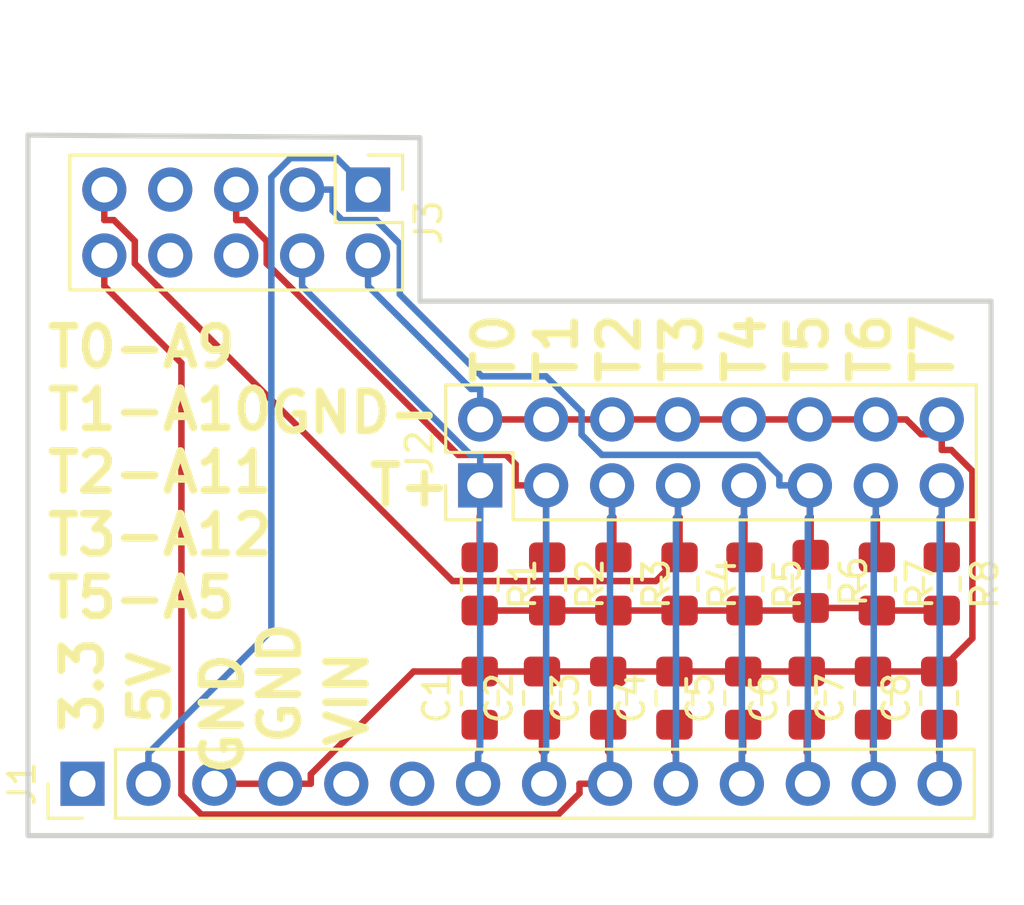
<source format=kicad_pcb>
(kicad_pcb (version 20171130) (host pcbnew 5.0.0)

  (general
    (thickness 1.6)
    (drawings 15)
    (tracks 160)
    (zones 0)
    (modules 19)
    (nets 18)
  )

  (page A4)
  (layers
    (0 F.Cu signal)
    (31 B.Cu signal)
    (32 B.Adhes user)
    (33 F.Adhes user)
    (34 B.Paste user)
    (35 F.Paste user)
    (36 B.SilkS user)
    (37 F.SilkS user)
    (38 B.Mask user)
    (39 F.Mask user)
    (40 Dwgs.User user)
    (41 Cmts.User user)
    (42 Eco1.User user)
    (43 Eco2.User user)
    (44 Edge.Cuts user)
    (45 Margin user)
    (46 B.CrtYd user)
    (47 F.CrtYd user)
    (48 B.Fab user)
    (49 F.Fab user)
  )

  (setup
    (last_trace_width 0.25)
    (trace_clearance 0.2)
    (zone_clearance 0.508)
    (zone_45_only no)
    (trace_min 0.2)
    (segment_width 0.2)
    (edge_width 0.15)
    (via_size 0.8)
    (via_drill 0.4)
    (via_min_size 0.4)
    (via_min_drill 0.3)
    (uvia_size 0.3)
    (uvia_drill 0.1)
    (uvias_allowed no)
    (uvia_min_size 0.2)
    (uvia_min_drill 0.1)
    (pcb_text_width 0.3)
    (pcb_text_size 1.5 1.5)
    (mod_edge_width 0.15)
    (mod_text_size 1 1)
    (mod_text_width 0.15)
    (pad_size 1.524 1.524)
    (pad_drill 0.762)
    (pad_to_mask_clearance 0.2)
    (aux_axis_origin 0 0)
    (visible_elements FFFFFF7F)
    (pcbplotparams
      (layerselection 0x010fc_ffffffff)
      (usegerberextensions false)
      (usegerberattributes false)
      (usegerberadvancedattributes false)
      (creategerberjobfile false)
      (excludeedgelayer true)
      (linewidth 0.100000)
      (plotframeref false)
      (viasonmask false)
      (mode 1)
      (useauxorigin false)
      (hpglpennumber 1)
      (hpglpenspeed 20)
      (hpglpendiameter 15.000000)
      (psnegative false)
      (psa4output false)
      (plotreference true)
      (plotvalue true)
      (plotinvisibletext false)
      (padsonsilk false)
      (subtractmaskfromsilk false)
      (outputformat 1)
      (mirror false)
      (drillshape 1)
      (scaleselection 1)
      (outputdirectory ""))
  )

  (net 0 "")
  (net 1 /A6)
  (net 2 +5V)
  (net 3 /A5)
  (net 4 /A4)
  (net 5 /A11)
  (net 6 /A12)
  (net 7 /A1)
  (net 8 /A0)
  (net 9 /A7)
  (net 10 GND)
  (net 11 /5V)
  (net 12 /D40)
  (net 13 /D44)
  (net 14 /D42)
  (net 15 /3V)
  (net 16 /VIN)
  (net 17 "Net-(J1-Pad6)")

  (net_class Default "This is the default net class."
    (clearance 0.2)
    (trace_width 0.25)
    (via_dia 0.8)
    (via_drill 0.4)
    (uvia_dia 0.3)
    (uvia_drill 0.1)
    (add_net +5V)
    (add_net /3V)
    (add_net /5V)
    (add_net /A0)
    (add_net /A1)
    (add_net /A11)
    (add_net /A12)
    (add_net /A4)
    (add_net /A5)
    (add_net /A6)
    (add_net /A7)
    (add_net /D40)
    (add_net /D42)
    (add_net /D44)
    (add_net /VIN)
    (add_net GND)
    (add_net "Net-(J1-Pad6)")
  )

  (module Capacitor_SMD:C_0805_2012Metric_Pad1.15x1.40mm_HandSolder (layer F.Cu) (tedit 5B36C52B) (tstamp 5BC6B8B3)
    (at 103.9 105.8 90)
    (descr "Capacitor SMD 0805 (2012 Metric), square (rectangular) end terminal, IPC_7351 nominal with elongated pad for handsoldering. (Body size source: https://docs.google.com/spreadsheets/d/1BsfQQcO9C6DZCsRaXUlFlo91Tg2WpOkGARC1WS5S8t0/edit?usp=sharing), generated with kicad-footprint-generator")
    (tags "capacitor handsolder")
    (path /5BC5E741)
    (attr smd)
    (fp_text reference C2 (at 0 -1.65 90) (layer F.SilkS)
      (effects (font (size 1 1) (thickness 0.15)))
    )
    (fp_text value 10uF (at 0 1.65 90) (layer F.Fab)
      (effects (font (size 1 1) (thickness 0.15)))
    )
    (fp_text user %R (at 0 0 90) (layer F.Fab)
      (effects (font (size 0.5 0.5) (thickness 0.08)))
    )
    (fp_line (start 1.85 0.95) (end -1.85 0.95) (layer F.CrtYd) (width 0.05))
    (fp_line (start 1.85 -0.95) (end 1.85 0.95) (layer F.CrtYd) (width 0.05))
    (fp_line (start -1.85 -0.95) (end 1.85 -0.95) (layer F.CrtYd) (width 0.05))
    (fp_line (start -1.85 0.95) (end -1.85 -0.95) (layer F.CrtYd) (width 0.05))
    (fp_line (start -0.261252 0.71) (end 0.261252 0.71) (layer F.SilkS) (width 0.12))
    (fp_line (start -0.261252 -0.71) (end 0.261252 -0.71) (layer F.SilkS) (width 0.12))
    (fp_line (start 1 0.6) (end -1 0.6) (layer F.Fab) (width 0.1))
    (fp_line (start 1 -0.6) (end 1 0.6) (layer F.Fab) (width 0.1))
    (fp_line (start -1 -0.6) (end 1 -0.6) (layer F.Fab) (width 0.1))
    (fp_line (start -1 0.6) (end -1 -0.6) (layer F.Fab) (width 0.1))
    (pad 2 smd roundrect (at 1.025 0 90) (size 1.15 1.4) (layers F.Cu F.Paste F.Mask) (roundrect_rratio 0.217391)
      (net 10 GND))
    (pad 1 smd roundrect (at -1.025 0 90) (size 1.15 1.4) (layers F.Cu F.Paste F.Mask) (roundrect_rratio 0.217391)
      (net 7 /A1))
    (model ${KISYS3DMOD}/Capacitor_SMD.3dshapes/C_0805_2012Metric.wrl
      (at (xyz 0 0 0))
      (scale (xyz 1 1 1))
      (rotate (xyz 0 0 0))
    )
  )

  (module Capacitor_SMD:C_0805_2012Metric_Pad1.15x1.40mm_HandSolder (layer F.Cu) (tedit 5B36C52B) (tstamp 5BC6B8A2)
    (at 106.45 105.8 90)
    (descr "Capacitor SMD 0805 (2012 Metric), square (rectangular) end terminal, IPC_7351 nominal with elongated pad for handsoldering. (Body size source: https://docs.google.com/spreadsheets/d/1BsfQQcO9C6DZCsRaXUlFlo91Tg2WpOkGARC1WS5S8t0/edit?usp=sharing), generated with kicad-footprint-generator")
    (tags "capacitor handsolder")
    (path /5BC5E80F)
    (attr smd)
    (fp_text reference C3 (at 0 -1.65 90) (layer F.SilkS)
      (effects (font (size 1 1) (thickness 0.15)))
    )
    (fp_text value 10uF (at 0 1.65 90) (layer F.Fab)
      (effects (font (size 1 1) (thickness 0.15)))
    )
    (fp_line (start -1 0.6) (end -1 -0.6) (layer F.Fab) (width 0.1))
    (fp_line (start -1 -0.6) (end 1 -0.6) (layer F.Fab) (width 0.1))
    (fp_line (start 1 -0.6) (end 1 0.6) (layer F.Fab) (width 0.1))
    (fp_line (start 1 0.6) (end -1 0.6) (layer F.Fab) (width 0.1))
    (fp_line (start -0.261252 -0.71) (end 0.261252 -0.71) (layer F.SilkS) (width 0.12))
    (fp_line (start -0.261252 0.71) (end 0.261252 0.71) (layer F.SilkS) (width 0.12))
    (fp_line (start -1.85 0.95) (end -1.85 -0.95) (layer F.CrtYd) (width 0.05))
    (fp_line (start -1.85 -0.95) (end 1.85 -0.95) (layer F.CrtYd) (width 0.05))
    (fp_line (start 1.85 -0.95) (end 1.85 0.95) (layer F.CrtYd) (width 0.05))
    (fp_line (start 1.85 0.95) (end -1.85 0.95) (layer F.CrtYd) (width 0.05))
    (fp_text user %R (at 0 0 90) (layer F.Fab)
      (effects (font (size 0.5 0.5) (thickness 0.08)))
    )
    (pad 1 smd roundrect (at -1.025 0 90) (size 1.15 1.4) (layers F.Cu F.Paste F.Mask) (roundrect_rratio 0.217391)
      (net 5 /A11))
    (pad 2 smd roundrect (at 1.025 0 90) (size 1.15 1.4) (layers F.Cu F.Paste F.Mask) (roundrect_rratio 0.217391)
      (net 10 GND))
    (model ${KISYS3DMOD}/Capacitor_SMD.3dshapes/C_0805_2012Metric.wrl
      (at (xyz 0 0 0))
      (scale (xyz 1 1 1))
      (rotate (xyz 0 0 0))
    )
  )

  (module Capacitor_SMD:C_0805_2012Metric_Pad1.15x1.40mm_HandSolder (layer F.Cu) (tedit 5B36C52B) (tstamp 5BC6B891)
    (at 109 105.8 90)
    (descr "Capacitor SMD 0805 (2012 Metric), square (rectangular) end terminal, IPC_7351 nominal with elongated pad for handsoldering. (Body size source: https://docs.google.com/spreadsheets/d/1BsfQQcO9C6DZCsRaXUlFlo91Tg2WpOkGARC1WS5S8t0/edit?usp=sharing), generated with kicad-footprint-generator")
    (tags "capacitor handsolder")
    (path /5BC5E93C)
    (attr smd)
    (fp_text reference C4 (at 0 -1.65 90) (layer F.SilkS)
      (effects (font (size 1 1) (thickness 0.15)))
    )
    (fp_text value 10uF (at 0 1.65 90) (layer F.Fab)
      (effects (font (size 1 1) (thickness 0.15)))
    )
    (fp_text user %R (at 0 0 90) (layer F.Fab)
      (effects (font (size 0.5 0.5) (thickness 0.08)))
    )
    (fp_line (start 1.85 0.95) (end -1.85 0.95) (layer F.CrtYd) (width 0.05))
    (fp_line (start 1.85 -0.95) (end 1.85 0.95) (layer F.CrtYd) (width 0.05))
    (fp_line (start -1.85 -0.95) (end 1.85 -0.95) (layer F.CrtYd) (width 0.05))
    (fp_line (start -1.85 0.95) (end -1.85 -0.95) (layer F.CrtYd) (width 0.05))
    (fp_line (start -0.261252 0.71) (end 0.261252 0.71) (layer F.SilkS) (width 0.12))
    (fp_line (start -0.261252 -0.71) (end 0.261252 -0.71) (layer F.SilkS) (width 0.12))
    (fp_line (start 1 0.6) (end -1 0.6) (layer F.Fab) (width 0.1))
    (fp_line (start 1 -0.6) (end 1 0.6) (layer F.Fab) (width 0.1))
    (fp_line (start -1 -0.6) (end 1 -0.6) (layer F.Fab) (width 0.1))
    (fp_line (start -1 0.6) (end -1 -0.6) (layer F.Fab) (width 0.1))
    (pad 2 smd roundrect (at 1.025 0 90) (size 1.15 1.4) (layers F.Cu F.Paste F.Mask) (roundrect_rratio 0.217391)
      (net 10 GND))
    (pad 1 smd roundrect (at -1.025 0 90) (size 1.15 1.4) (layers F.Cu F.Paste F.Mask) (roundrect_rratio 0.217391)
      (net 6 /A12))
    (model ${KISYS3DMOD}/Capacitor_SMD.3dshapes/C_0805_2012Metric.wrl
      (at (xyz 0 0 0))
      (scale (xyz 1 1 1))
      (rotate (xyz 0 0 0))
    )
  )

  (module Capacitor_SMD:C_0805_2012Metric_Pad1.15x1.40mm_HandSolder (layer F.Cu) (tedit 5B36C52B) (tstamp 5BC6B880)
    (at 111.65 105.8 90)
    (descr "Capacitor SMD 0805 (2012 Metric), square (rectangular) end terminal, IPC_7351 nominal with elongated pad for handsoldering. (Body size source: https://docs.google.com/spreadsheets/d/1BsfQQcO9C6DZCsRaXUlFlo91Tg2WpOkGARC1WS5S8t0/edit?usp=sharing), generated with kicad-footprint-generator")
    (tags "capacitor handsolder")
    (path /5BC5EB23)
    (attr smd)
    (fp_text reference C5 (at 0 -1.65 90) (layer F.SilkS)
      (effects (font (size 1 1) (thickness 0.15)))
    )
    (fp_text value 10uF (at 0 1.65 90) (layer F.Fab)
      (effects (font (size 1 1) (thickness 0.15)))
    )
    (fp_line (start -1 0.6) (end -1 -0.6) (layer F.Fab) (width 0.1))
    (fp_line (start -1 -0.6) (end 1 -0.6) (layer F.Fab) (width 0.1))
    (fp_line (start 1 -0.6) (end 1 0.6) (layer F.Fab) (width 0.1))
    (fp_line (start 1 0.6) (end -1 0.6) (layer F.Fab) (width 0.1))
    (fp_line (start -0.261252 -0.71) (end 0.261252 -0.71) (layer F.SilkS) (width 0.12))
    (fp_line (start -0.261252 0.71) (end 0.261252 0.71) (layer F.SilkS) (width 0.12))
    (fp_line (start -1.85 0.95) (end -1.85 -0.95) (layer F.CrtYd) (width 0.05))
    (fp_line (start -1.85 -0.95) (end 1.85 -0.95) (layer F.CrtYd) (width 0.05))
    (fp_line (start 1.85 -0.95) (end 1.85 0.95) (layer F.CrtYd) (width 0.05))
    (fp_line (start 1.85 0.95) (end -1.85 0.95) (layer F.CrtYd) (width 0.05))
    (fp_text user %R (at 0 0 90) (layer F.Fab)
      (effects (font (size 0.5 0.5) (thickness 0.08)))
    )
    (pad 1 smd roundrect (at -1.025 0 90) (size 1.15 1.4) (layers F.Cu F.Paste F.Mask) (roundrect_rratio 0.217391)
      (net 4 /A4))
    (pad 2 smd roundrect (at 1.025 0 90) (size 1.15 1.4) (layers F.Cu F.Paste F.Mask) (roundrect_rratio 0.217391)
      (net 10 GND))
    (model ${KISYS3DMOD}/Capacitor_SMD.3dshapes/C_0805_2012Metric.wrl
      (at (xyz 0 0 0))
      (scale (xyz 1 1 1))
      (rotate (xyz 0 0 0))
    )
  )

  (module Capacitor_SMD:C_0805_2012Metric_Pad1.15x1.40mm_HandSolder (layer F.Cu) (tedit 5B36C52B) (tstamp 5BC786D2)
    (at 114.1 105.8 90)
    (descr "Capacitor SMD 0805 (2012 Metric), square (rectangular) end terminal, IPC_7351 nominal with elongated pad for handsoldering. (Body size source: https://docs.google.com/spreadsheets/d/1BsfQQcO9C6DZCsRaXUlFlo91Tg2WpOkGARC1WS5S8t0/edit?usp=sharing), generated with kicad-footprint-generator")
    (tags "capacitor handsolder")
    (path /5BC5EDE7)
    (attr smd)
    (fp_text reference C6 (at 0 -1.65 90) (layer F.SilkS)
      (effects (font (size 1 1) (thickness 0.15)))
    )
    (fp_text value 10uF (at 0 1.65 90) (layer F.Fab)
      (effects (font (size 1 1) (thickness 0.15)))
    )
    (fp_text user %R (at 0 0 90) (layer F.Fab)
      (effects (font (size 0.5 0.5) (thickness 0.08)))
    )
    (fp_line (start 1.85 0.95) (end -1.85 0.95) (layer F.CrtYd) (width 0.05))
    (fp_line (start 1.85 -0.95) (end 1.85 0.95) (layer F.CrtYd) (width 0.05))
    (fp_line (start -1.85 -0.95) (end 1.85 -0.95) (layer F.CrtYd) (width 0.05))
    (fp_line (start -1.85 0.95) (end -1.85 -0.95) (layer F.CrtYd) (width 0.05))
    (fp_line (start -0.261252 0.71) (end 0.261252 0.71) (layer F.SilkS) (width 0.12))
    (fp_line (start -0.261252 -0.71) (end 0.261252 -0.71) (layer F.SilkS) (width 0.12))
    (fp_line (start 1 0.6) (end -1 0.6) (layer F.Fab) (width 0.1))
    (fp_line (start 1 -0.6) (end 1 0.6) (layer F.Fab) (width 0.1))
    (fp_line (start -1 -0.6) (end 1 -0.6) (layer F.Fab) (width 0.1))
    (fp_line (start -1 0.6) (end -1 -0.6) (layer F.Fab) (width 0.1))
    (pad 2 smd roundrect (at 1.025 0 90) (size 1.15 1.4) (layers F.Cu F.Paste F.Mask) (roundrect_rratio 0.217391)
      (net 10 GND))
    (pad 1 smd roundrect (at -1.025 0 90) (size 1.15 1.4) (layers F.Cu F.Paste F.Mask) (roundrect_rratio 0.217391)
      (net 3 /A5))
    (model ${KISYS3DMOD}/Capacitor_SMD.3dshapes/C_0805_2012Metric.wrl
      (at (xyz 0 0 0))
      (scale (xyz 1 1 1))
      (rotate (xyz 0 0 0))
    )
  )

  (module Capacitor_SMD:C_0805_2012Metric_Pad1.15x1.40mm_HandSolder (layer F.Cu) (tedit 5B36C52B) (tstamp 5BC6B85E)
    (at 116.65 105.8 90)
    (descr "Capacitor SMD 0805 (2012 Metric), square (rectangular) end terminal, IPC_7351 nominal with elongated pad for handsoldering. (Body size source: https://docs.google.com/spreadsheets/d/1BsfQQcO9C6DZCsRaXUlFlo91Tg2WpOkGARC1WS5S8t0/edit?usp=sharing), generated with kicad-footprint-generator")
    (tags "capacitor handsolder")
    (path /5BC5F1CF)
    (attr smd)
    (fp_text reference C7 (at 0 -1.65 90) (layer F.SilkS)
      (effects (font (size 1 1) (thickness 0.15)))
    )
    (fp_text value 10uF (at 0 1.65 90) (layer F.Fab)
      (effects (font (size 1 1) (thickness 0.15)))
    )
    (fp_line (start -1 0.6) (end -1 -0.6) (layer F.Fab) (width 0.1))
    (fp_line (start -1 -0.6) (end 1 -0.6) (layer F.Fab) (width 0.1))
    (fp_line (start 1 -0.6) (end 1 0.6) (layer F.Fab) (width 0.1))
    (fp_line (start 1 0.6) (end -1 0.6) (layer F.Fab) (width 0.1))
    (fp_line (start -0.261252 -0.71) (end 0.261252 -0.71) (layer F.SilkS) (width 0.12))
    (fp_line (start -0.261252 0.71) (end 0.261252 0.71) (layer F.SilkS) (width 0.12))
    (fp_line (start -1.85 0.95) (end -1.85 -0.95) (layer F.CrtYd) (width 0.05))
    (fp_line (start -1.85 -0.95) (end 1.85 -0.95) (layer F.CrtYd) (width 0.05))
    (fp_line (start 1.85 -0.95) (end 1.85 0.95) (layer F.CrtYd) (width 0.05))
    (fp_line (start 1.85 0.95) (end -1.85 0.95) (layer F.CrtYd) (width 0.05))
    (fp_text user %R (at 0 0 90) (layer F.Fab)
      (effects (font (size 0.5 0.5) (thickness 0.08)))
    )
    (pad 1 smd roundrect (at -1.025 0 90) (size 1.15 1.4) (layers F.Cu F.Paste F.Mask) (roundrect_rratio 0.217391)
      (net 1 /A6))
    (pad 2 smd roundrect (at 1.025 0 90) (size 1.15 1.4) (layers F.Cu F.Paste F.Mask) (roundrect_rratio 0.217391)
      (net 10 GND))
    (model ${KISYS3DMOD}/Capacitor_SMD.3dshapes/C_0805_2012Metric.wrl
      (at (xyz 0 0 0))
      (scale (xyz 1 1 1))
      (rotate (xyz 0 0 0))
    )
  )

  (module Capacitor_SMD:C_0805_2012Metric_Pad1.15x1.40mm_HandSolder (layer F.Cu) (tedit 5B36C52B) (tstamp 5BC6B84D)
    (at 119.2 105.8 90)
    (descr "Capacitor SMD 0805 (2012 Metric), square (rectangular) end terminal, IPC_7351 nominal with elongated pad for handsoldering. (Body size source: https://docs.google.com/spreadsheets/d/1BsfQQcO9C6DZCsRaXUlFlo91Tg2WpOkGARC1WS5S8t0/edit?usp=sharing), generated with kicad-footprint-generator")
    (tags "capacitor handsolder")
    (path /5BC5F706)
    (attr smd)
    (fp_text reference C8 (at 0 -1.65 90) (layer F.SilkS)
      (effects (font (size 1 1) (thickness 0.15)))
    )
    (fp_text value 10uF (at 0 1.65 90) (layer F.Fab)
      (effects (font (size 1 1) (thickness 0.15)))
    )
    (fp_text user %R (at 0 0 90) (layer F.Fab)
      (effects (font (size 0.5 0.5) (thickness 0.08)))
    )
    (fp_line (start 1.85 0.95) (end -1.85 0.95) (layer F.CrtYd) (width 0.05))
    (fp_line (start 1.85 -0.95) (end 1.85 0.95) (layer F.CrtYd) (width 0.05))
    (fp_line (start -1.85 -0.95) (end 1.85 -0.95) (layer F.CrtYd) (width 0.05))
    (fp_line (start -1.85 0.95) (end -1.85 -0.95) (layer F.CrtYd) (width 0.05))
    (fp_line (start -0.261252 0.71) (end 0.261252 0.71) (layer F.SilkS) (width 0.12))
    (fp_line (start -0.261252 -0.71) (end 0.261252 -0.71) (layer F.SilkS) (width 0.12))
    (fp_line (start 1 0.6) (end -1 0.6) (layer F.Fab) (width 0.1))
    (fp_line (start 1 -0.6) (end 1 0.6) (layer F.Fab) (width 0.1))
    (fp_line (start -1 -0.6) (end 1 -0.6) (layer F.Fab) (width 0.1))
    (fp_line (start -1 0.6) (end -1 -0.6) (layer F.Fab) (width 0.1))
    (pad 2 smd roundrect (at 1.025 0 90) (size 1.15 1.4) (layers F.Cu F.Paste F.Mask) (roundrect_rratio 0.217391)
      (net 10 GND))
    (pad 1 smd roundrect (at -1.025 0 90) (size 1.15 1.4) (layers F.Cu F.Paste F.Mask) (roundrect_rratio 0.217391)
      (net 9 /A7))
    (model ${KISYS3DMOD}/Capacitor_SMD.3dshapes/C_0805_2012Metric.wrl
      (at (xyz 0 0 0))
      (scale (xyz 1 1 1))
      (rotate (xyz 0 0 0))
    )
  )

  (module Capacitor_SMD:C_0805_2012Metric_Pad1.15x1.40mm_HandSolder (layer F.Cu) (tedit 5B36C52B) (tstamp 5BC6B83C)
    (at 101.5 105.8 90)
    (descr "Capacitor SMD 0805 (2012 Metric), square (rectangular) end terminal, IPC_7351 nominal with elongated pad for handsoldering. (Body size source: https://docs.google.com/spreadsheets/d/1BsfQQcO9C6DZCsRaXUlFlo91Tg2WpOkGARC1WS5S8t0/edit?usp=sharing), generated with kicad-footprint-generator")
    (tags "capacitor handsolder")
    (path /5BC5E237)
    (attr smd)
    (fp_text reference C1 (at 0 -1.65 90) (layer F.SilkS)
      (effects (font (size 1 1) (thickness 0.15)))
    )
    (fp_text value 10uF (at 0 1.65 90) (layer F.Fab)
      (effects (font (size 1 1) (thickness 0.15)))
    )
    (fp_line (start -1 0.6) (end -1 -0.6) (layer F.Fab) (width 0.1))
    (fp_line (start -1 -0.6) (end 1 -0.6) (layer F.Fab) (width 0.1))
    (fp_line (start 1 -0.6) (end 1 0.6) (layer F.Fab) (width 0.1))
    (fp_line (start 1 0.6) (end -1 0.6) (layer F.Fab) (width 0.1))
    (fp_line (start -0.261252 -0.71) (end 0.261252 -0.71) (layer F.SilkS) (width 0.12))
    (fp_line (start -0.261252 0.71) (end 0.261252 0.71) (layer F.SilkS) (width 0.12))
    (fp_line (start -1.85 0.95) (end -1.85 -0.95) (layer F.CrtYd) (width 0.05))
    (fp_line (start -1.85 -0.95) (end 1.85 -0.95) (layer F.CrtYd) (width 0.05))
    (fp_line (start 1.85 -0.95) (end 1.85 0.95) (layer F.CrtYd) (width 0.05))
    (fp_line (start 1.85 0.95) (end -1.85 0.95) (layer F.CrtYd) (width 0.05))
    (fp_text user %R (at 0 0 90) (layer F.Fab)
      (effects (font (size 0.5 0.5) (thickness 0.08)))
    )
    (pad 1 smd roundrect (at -1.025 0 90) (size 1.15 1.4) (layers F.Cu F.Paste F.Mask) (roundrect_rratio 0.217391)
      (net 8 /A0))
    (pad 2 smd roundrect (at 1.025 0 90) (size 1.15 1.4) (layers F.Cu F.Paste F.Mask) (roundrect_rratio 0.217391)
      (net 10 GND))
    (model ${KISYS3DMOD}/Capacitor_SMD.3dshapes/C_0805_2012Metric.wrl
      (at (xyz 0 0 0))
      (scale (xyz 1 1 1))
      (rotate (xyz 0 0 0))
    )
  )

  (module Connector_PinHeader_2.54mm:PinHeader_1x14_P2.54mm_Vertical (layer F.Cu) (tedit 59FED5CC) (tstamp 5BC6A645)
    (at 86.2 109.1 90)
    (descr "Through hole straight pin header, 1x14, 2.54mm pitch, single row")
    (tags "Through hole pin header THT 1x14 2.54mm single row")
    (path /5BC5D904)
    (fp_text reference J1 (at 0 -2.33 90) (layer F.SilkS)
      (effects (font (size 1 1) (thickness 0.15)))
    )
    (fp_text value Conn_01x14 (at 0 35.35 90) (layer F.Fab)
      (effects (font (size 1 1) (thickness 0.15)))
    )
    (fp_line (start -0.635 -1.27) (end 1.27 -1.27) (layer F.Fab) (width 0.1))
    (fp_line (start 1.27 -1.27) (end 1.27 34.29) (layer F.Fab) (width 0.1))
    (fp_line (start 1.27 34.29) (end -1.27 34.29) (layer F.Fab) (width 0.1))
    (fp_line (start -1.27 34.29) (end -1.27 -0.635) (layer F.Fab) (width 0.1))
    (fp_line (start -1.27 -0.635) (end -0.635 -1.27) (layer F.Fab) (width 0.1))
    (fp_line (start -1.33 34.35) (end 1.33 34.35) (layer F.SilkS) (width 0.12))
    (fp_line (start -1.33 1.27) (end -1.33 34.35) (layer F.SilkS) (width 0.12))
    (fp_line (start 1.33 1.27) (end 1.33 34.35) (layer F.SilkS) (width 0.12))
    (fp_line (start -1.33 1.27) (end 1.33 1.27) (layer F.SilkS) (width 0.12))
    (fp_line (start -1.33 0) (end -1.33 -1.33) (layer F.SilkS) (width 0.12))
    (fp_line (start -1.33 -1.33) (end 0 -1.33) (layer F.SilkS) (width 0.12))
    (fp_line (start -1.8 -1.8) (end -1.8 34.8) (layer F.CrtYd) (width 0.05))
    (fp_line (start -1.8 34.8) (end 1.8 34.8) (layer F.CrtYd) (width 0.05))
    (fp_line (start 1.8 34.8) (end 1.8 -1.8) (layer F.CrtYd) (width 0.05))
    (fp_line (start 1.8 -1.8) (end -1.8 -1.8) (layer F.CrtYd) (width 0.05))
    (fp_text user %R (at 0 16.51 180) (layer F.Fab)
      (effects (font (size 1 1) (thickness 0.15)))
    )
    (pad 1 thru_hole rect (at 0 0 90) (size 1.7 1.7) (drill 1) (layers *.Cu *.Mask)
      (net 15 /3V))
    (pad 2 thru_hole oval (at 0 2.54 90) (size 1.7 1.7) (drill 1) (layers *.Cu *.Mask)
      (net 11 /5V))
    (pad 3 thru_hole oval (at 0 5.08 90) (size 1.7 1.7) (drill 1) (layers *.Cu *.Mask)
      (net 10 GND))
    (pad 4 thru_hole oval (at 0 7.62 90) (size 1.7 1.7) (drill 1) (layers *.Cu *.Mask)
      (net 10 GND))
    (pad 5 thru_hole oval (at 0 10.16 90) (size 1.7 1.7) (drill 1) (layers *.Cu *.Mask)
      (net 16 /VIN))
    (pad 6 thru_hole oval (at 0 12.7 90) (size 1.7 1.7) (drill 1) (layers *.Cu *.Mask)
      (net 17 "Net-(J1-Pad6)"))
    (pad 7 thru_hole oval (at 0 15.24 90) (size 1.7 1.7) (drill 1) (layers *.Cu *.Mask)
      (net 8 /A0))
    (pad 8 thru_hole oval (at 0 17.78 90) (size 1.7 1.7) (drill 1) (layers *.Cu *.Mask)
      (net 7 /A1))
    (pad 9 thru_hole oval (at 0 20.32 90) (size 1.7 1.7) (drill 1) (layers *.Cu *.Mask)
      (net 5 /A11))
    (pad 10 thru_hole oval (at 0 22.86 90) (size 1.7 1.7) (drill 1) (layers *.Cu *.Mask)
      (net 6 /A12))
    (pad 11 thru_hole oval (at 0 25.4 90) (size 1.7 1.7) (drill 1) (layers *.Cu *.Mask)
      (net 4 /A4))
    (pad 12 thru_hole oval (at 0 27.94 90) (size 1.7 1.7) (drill 1) (layers *.Cu *.Mask)
      (net 3 /A5))
    (pad 13 thru_hole oval (at 0 30.48 90) (size 1.7 1.7) (drill 1) (layers *.Cu *.Mask)
      (net 1 /A6))
    (pad 14 thru_hole oval (at 0 33.02 90) (size 1.7 1.7) (drill 1) (layers *.Cu *.Mask)
      (net 9 /A7))
    (model ${KISYS3DMOD}/Connector_PinHeader_2.54mm.3dshapes/PinHeader_1x14_P2.54mm_Vertical.wrl
      (at (xyz 0 0 0))
      (scale (xyz 1 1 1))
      (rotate (xyz 0 0 0))
    )
  )

  (module Connector_PinHeader_2.54mm:PinHeader_2x05_P2.54mm_Vertical (layer F.Cu) (tedit 59FED5CC) (tstamp 5BC6A623)
    (at 97.2 86.2 270)
    (descr "Through hole straight pin header, 2x05, 2.54mm pitch, double rows")
    (tags "Through hole pin header THT 2x05 2.54mm double row")
    (path /5BC5DC94)
    (fp_text reference J3 (at 1.27 -2.33 270) (layer F.SilkS)
      (effects (font (size 1 1) (thickness 0.15)))
    )
    (fp_text value Conn_02x05_Odd_Even (at 1.27 12.49 270) (layer F.Fab)
      (effects (font (size 1 1) (thickness 0.15)))
    )
    (fp_line (start 0 -1.27) (end 3.81 -1.27) (layer F.Fab) (width 0.1))
    (fp_line (start 3.81 -1.27) (end 3.81 11.43) (layer F.Fab) (width 0.1))
    (fp_line (start 3.81 11.43) (end -1.27 11.43) (layer F.Fab) (width 0.1))
    (fp_line (start -1.27 11.43) (end -1.27 0) (layer F.Fab) (width 0.1))
    (fp_line (start -1.27 0) (end 0 -1.27) (layer F.Fab) (width 0.1))
    (fp_line (start -1.33 11.49) (end 3.87 11.49) (layer F.SilkS) (width 0.12))
    (fp_line (start -1.33 1.27) (end -1.33 11.49) (layer F.SilkS) (width 0.12))
    (fp_line (start 3.87 -1.33) (end 3.87 11.49) (layer F.SilkS) (width 0.12))
    (fp_line (start -1.33 1.27) (end 1.27 1.27) (layer F.SilkS) (width 0.12))
    (fp_line (start 1.27 1.27) (end 1.27 -1.33) (layer F.SilkS) (width 0.12))
    (fp_line (start 1.27 -1.33) (end 3.87 -1.33) (layer F.SilkS) (width 0.12))
    (fp_line (start -1.33 0) (end -1.33 -1.33) (layer F.SilkS) (width 0.12))
    (fp_line (start -1.33 -1.33) (end 0 -1.33) (layer F.SilkS) (width 0.12))
    (fp_line (start -1.8 -1.8) (end -1.8 11.95) (layer F.CrtYd) (width 0.05))
    (fp_line (start -1.8 11.95) (end 4.35 11.95) (layer F.CrtYd) (width 0.05))
    (fp_line (start 4.35 11.95) (end 4.35 -1.8) (layer F.CrtYd) (width 0.05))
    (fp_line (start 4.35 -1.8) (end -1.8 -1.8) (layer F.CrtYd) (width 0.05))
    (fp_text user %R (at 1.27 5.08) (layer F.Fab)
      (effects (font (size 1 1) (thickness 0.15)))
    )
    (pad 1 thru_hole rect (at 0 0 270) (size 1.7 1.7) (drill 1) (layers *.Cu *.Mask)
      (net 11 /5V))
    (pad 2 thru_hole oval (at 2.54 0 270) (size 1.7 1.7) (drill 1) (layers *.Cu *.Mask)
      (net 10 GND))
    (pad 3 thru_hole oval (at 0 2.54 270) (size 1.7 1.7) (drill 1) (layers *.Cu *.Mask)
      (net 3 /A5))
    (pad 4 thru_hole oval (at 2.54 2.54 270) (size 1.7 1.7) (drill 1) (layers *.Cu *.Mask)
      (net 8 /A0))
    (pad 5 thru_hole oval (at 0 5.08 270) (size 1.7 1.7) (drill 1) (layers *.Cu *.Mask)
      (net 7 /A1))
    (pad 6 thru_hole oval (at 2.54 5.08 270) (size 1.7 1.7) (drill 1) (layers *.Cu *.Mask)
      (net 12 /D40))
    (pad 7 thru_hole oval (at 0 7.62 270) (size 1.7 1.7) (drill 1) (layers *.Cu *.Mask)
      (net 13 /D44))
    (pad 8 thru_hole oval (at 2.54 7.62 270) (size 1.7 1.7) (drill 1) (layers *.Cu *.Mask)
      (net 14 /D42))
    (pad 9 thru_hole oval (at 0 10.16 270) (size 1.7 1.7) (drill 1) (layers *.Cu *.Mask)
      (net 6 /A12))
    (pad 10 thru_hole oval (at 2.54 10.16 270) (size 1.7 1.7) (drill 1) (layers *.Cu *.Mask)
      (net 5 /A11))
    (model ${KISYS3DMOD}/Connector_PinHeader_2.54mm.3dshapes/PinHeader_2x05_P2.54mm_Vertical.wrl
      (at (xyz 0 0 0))
      (scale (xyz 1 1 1))
      (rotate (xyz 0 0 0))
    )
  )

  (module Connector_PinHeader_2.54mm:PinHeader_2x08_P2.54mm_Vertical (layer F.Cu) (tedit 59FED5CC) (tstamp 5BC6A603)
    (at 101.52 97.6 90)
    (descr "Through hole straight pin header, 2x08, 2.54mm pitch, double rows")
    (tags "Through hole pin header THT 2x08 2.54mm double row")
    (path /5BC60ABD)
    (fp_text reference J2 (at 1.27 -2.33 90) (layer F.SilkS)
      (effects (font (size 1 1) (thickness 0.15)))
    )
    (fp_text value Conn_02x08_Top_Bottom (at 1.27 20.11 90) (layer F.Fab)
      (effects (font (size 1 1) (thickness 0.15)))
    )
    (fp_line (start 0 -1.27) (end 3.81 -1.27) (layer F.Fab) (width 0.1))
    (fp_line (start 3.81 -1.27) (end 3.81 19.05) (layer F.Fab) (width 0.1))
    (fp_line (start 3.81 19.05) (end -1.27 19.05) (layer F.Fab) (width 0.1))
    (fp_line (start -1.27 19.05) (end -1.27 0) (layer F.Fab) (width 0.1))
    (fp_line (start -1.27 0) (end 0 -1.27) (layer F.Fab) (width 0.1))
    (fp_line (start -1.33 19.11) (end 3.87 19.11) (layer F.SilkS) (width 0.12))
    (fp_line (start -1.33 1.27) (end -1.33 19.11) (layer F.SilkS) (width 0.12))
    (fp_line (start 3.87 -1.33) (end 3.87 19.11) (layer F.SilkS) (width 0.12))
    (fp_line (start -1.33 1.27) (end 1.27 1.27) (layer F.SilkS) (width 0.12))
    (fp_line (start 1.27 1.27) (end 1.27 -1.33) (layer F.SilkS) (width 0.12))
    (fp_line (start 1.27 -1.33) (end 3.87 -1.33) (layer F.SilkS) (width 0.12))
    (fp_line (start -1.33 0) (end -1.33 -1.33) (layer F.SilkS) (width 0.12))
    (fp_line (start -1.33 -1.33) (end 0 -1.33) (layer F.SilkS) (width 0.12))
    (fp_line (start -1.8 -1.8) (end -1.8 19.55) (layer F.CrtYd) (width 0.05))
    (fp_line (start -1.8 19.55) (end 4.35 19.55) (layer F.CrtYd) (width 0.05))
    (fp_line (start 4.35 19.55) (end 4.35 -1.8) (layer F.CrtYd) (width 0.05))
    (fp_line (start 4.35 -1.8) (end -1.8 -1.8) (layer F.CrtYd) (width 0.05))
    (fp_text user %R (at 1.27 8.89 180) (layer F.Fab)
      (effects (font (size 1 1) (thickness 0.15)))
    )
    (pad 1 thru_hole rect (at 0 0 90) (size 1.7 1.7) (drill 1) (layers *.Cu *.Mask)
      (net 8 /A0))
    (pad 2 thru_hole oval (at 2.54 0 90) (size 1.7 1.7) (drill 1) (layers *.Cu *.Mask)
      (net 10 GND))
    (pad 3 thru_hole oval (at 0 2.54 90) (size 1.7 1.7) (drill 1) (layers *.Cu *.Mask)
      (net 7 /A1))
    (pad 4 thru_hole oval (at 2.54 2.54 90) (size 1.7 1.7) (drill 1) (layers *.Cu *.Mask)
      (net 10 GND))
    (pad 5 thru_hole oval (at 0 5.08 90) (size 1.7 1.7) (drill 1) (layers *.Cu *.Mask)
      (net 5 /A11))
    (pad 6 thru_hole oval (at 2.54 5.08 90) (size 1.7 1.7) (drill 1) (layers *.Cu *.Mask)
      (net 10 GND))
    (pad 7 thru_hole oval (at 0 7.62 90) (size 1.7 1.7) (drill 1) (layers *.Cu *.Mask)
      (net 6 /A12))
    (pad 8 thru_hole oval (at 2.54 7.62 90) (size 1.7 1.7) (drill 1) (layers *.Cu *.Mask)
      (net 10 GND))
    (pad 9 thru_hole oval (at 0 10.16 90) (size 1.7 1.7) (drill 1) (layers *.Cu *.Mask)
      (net 4 /A4))
    (pad 10 thru_hole oval (at 2.54 10.16 90) (size 1.7 1.7) (drill 1) (layers *.Cu *.Mask)
      (net 10 GND))
    (pad 11 thru_hole oval (at 0 12.7 90) (size 1.7 1.7) (drill 1) (layers *.Cu *.Mask)
      (net 3 /A5))
    (pad 12 thru_hole oval (at 2.54 12.7 90) (size 1.7 1.7) (drill 1) (layers *.Cu *.Mask)
      (net 10 GND))
    (pad 13 thru_hole oval (at 0 15.24 90) (size 1.7 1.7) (drill 1) (layers *.Cu *.Mask)
      (net 1 /A6))
    (pad 14 thru_hole oval (at 2.54 15.24 90) (size 1.7 1.7) (drill 1) (layers *.Cu *.Mask)
      (net 10 GND))
    (pad 15 thru_hole oval (at 0 17.78 90) (size 1.7 1.7) (drill 1) (layers *.Cu *.Mask)
      (net 9 /A7))
    (pad 16 thru_hole oval (at 2.54 17.78 90) (size 1.7 1.7) (drill 1) (layers *.Cu *.Mask)
      (net 10 GND))
    (model ${KISYS3DMOD}/Connector_PinHeader_2.54mm.3dshapes/PinHeader_2x08_P2.54mm_Vertical.wrl
      (at (xyz 0 0 0))
      (scale (xyz 1 1 1))
      (rotate (xyz 0 0 0))
    )
  )

  (module Resistor_SMD:R_0805_2012Metric_Pad1.15x1.40mm_HandSolder (layer F.Cu) (tedit 5B36C52B) (tstamp 5BC6A5DD)
    (at 119.3 101.4 270)
    (descr "Resistor SMD 0805 (2012 Metric), square (rectangular) end terminal, IPC_7351 nominal with elongated pad for handsoldering. (Body size source: https://docs.google.com/spreadsheets/d/1BsfQQcO9C6DZCsRaXUlFlo91Tg2WpOkGARC1WS5S8t0/edit?usp=sharing), generated with kicad-footprint-generator")
    (tags "resistor handsolder")
    (path /5BC5F6FF)
    (attr smd)
    (fp_text reference R8 (at 0 -1.65 270) (layer F.SilkS)
      (effects (font (size 1 1) (thickness 0.15)))
    )
    (fp_text value 4.7K (at 0 1.65 270) (layer F.Fab)
      (effects (font (size 1 1) (thickness 0.15)))
    )
    (fp_text user %R (at 0 0 270) (layer F.Fab)
      (effects (font (size 0.5 0.5) (thickness 0.08)))
    )
    (fp_line (start 1.85 0.95) (end -1.85 0.95) (layer F.CrtYd) (width 0.05))
    (fp_line (start 1.85 -0.95) (end 1.85 0.95) (layer F.CrtYd) (width 0.05))
    (fp_line (start -1.85 -0.95) (end 1.85 -0.95) (layer F.CrtYd) (width 0.05))
    (fp_line (start -1.85 0.95) (end -1.85 -0.95) (layer F.CrtYd) (width 0.05))
    (fp_line (start -0.261252 0.71) (end 0.261252 0.71) (layer F.SilkS) (width 0.12))
    (fp_line (start -0.261252 -0.71) (end 0.261252 -0.71) (layer F.SilkS) (width 0.12))
    (fp_line (start 1 0.6) (end -1 0.6) (layer F.Fab) (width 0.1))
    (fp_line (start 1 -0.6) (end 1 0.6) (layer F.Fab) (width 0.1))
    (fp_line (start -1 -0.6) (end 1 -0.6) (layer F.Fab) (width 0.1))
    (fp_line (start -1 0.6) (end -1 -0.6) (layer F.Fab) (width 0.1))
    (pad 2 smd roundrect (at 1.025 0 270) (size 1.15 1.4) (layers F.Cu F.Paste F.Mask) (roundrect_rratio 0.217391)
      (net 2 +5V))
    (pad 1 smd roundrect (at -1.025 0 270) (size 1.15 1.4) (layers F.Cu F.Paste F.Mask) (roundrect_rratio 0.217391)
      (net 9 /A7))
    (model ${KISYS3DMOD}/Resistor_SMD.3dshapes/R_0805_2012Metric.wrl
      (at (xyz 0 0 0))
      (scale (xyz 1 1 1))
      (rotate (xyz 0 0 0))
    )
  )

  (module Resistor_SMD:R_0805_2012Metric_Pad1.15x1.40mm_HandSolder (layer F.Cu) (tedit 5B36C52B) (tstamp 5BC6A5CC)
    (at 101.5 101.4 270)
    (descr "Resistor SMD 0805 (2012 Metric), square (rectangular) end terminal, IPC_7351 nominal with elongated pad for handsoldering. (Body size source: https://docs.google.com/spreadsheets/d/1BsfQQcO9C6DZCsRaXUlFlo91Tg2WpOkGARC1WS5S8t0/edit?usp=sharing), generated with kicad-footprint-generator")
    (tags "resistor handsolder")
    (path /5BC5E092)
    (attr smd)
    (fp_text reference R1 (at 0 -1.65 270) (layer F.SilkS)
      (effects (font (size 1 1) (thickness 0.15)))
    )
    (fp_text value 4.7K (at 0 1.65 270) (layer F.Fab)
      (effects (font (size 1 1) (thickness 0.15)))
    )
    (fp_line (start -1 0.6) (end -1 -0.6) (layer F.Fab) (width 0.1))
    (fp_line (start -1 -0.6) (end 1 -0.6) (layer F.Fab) (width 0.1))
    (fp_line (start 1 -0.6) (end 1 0.6) (layer F.Fab) (width 0.1))
    (fp_line (start 1 0.6) (end -1 0.6) (layer F.Fab) (width 0.1))
    (fp_line (start -0.261252 -0.71) (end 0.261252 -0.71) (layer F.SilkS) (width 0.12))
    (fp_line (start -0.261252 0.71) (end 0.261252 0.71) (layer F.SilkS) (width 0.12))
    (fp_line (start -1.85 0.95) (end -1.85 -0.95) (layer F.CrtYd) (width 0.05))
    (fp_line (start -1.85 -0.95) (end 1.85 -0.95) (layer F.CrtYd) (width 0.05))
    (fp_line (start 1.85 -0.95) (end 1.85 0.95) (layer F.CrtYd) (width 0.05))
    (fp_line (start 1.85 0.95) (end -1.85 0.95) (layer F.CrtYd) (width 0.05))
    (fp_text user %R (at 0 0 270) (layer F.Fab)
      (effects (font (size 0.5 0.5) (thickness 0.08)))
    )
    (pad 1 smd roundrect (at -1.025 0 270) (size 1.15 1.4) (layers F.Cu F.Paste F.Mask) (roundrect_rratio 0.217391)
      (net 8 /A0))
    (pad 2 smd roundrect (at 1.025 0 270) (size 1.15 1.4) (layers F.Cu F.Paste F.Mask) (roundrect_rratio 0.217391)
      (net 2 +5V))
    (model ${KISYS3DMOD}/Resistor_SMD.3dshapes/R_0805_2012Metric.wrl
      (at (xyz 0 0 0))
      (scale (xyz 1 1 1))
      (rotate (xyz 0 0 0))
    )
  )

  (module Resistor_SMD:R_0805_2012Metric_Pad1.15x1.40mm_HandSolder (layer F.Cu) (tedit 5B36C52B) (tstamp 5BC6A5BB)
    (at 104.1 101.4 270)
    (descr "Resistor SMD 0805 (2012 Metric), square (rectangular) end terminal, IPC_7351 nominal with elongated pad for handsoldering. (Body size source: https://docs.google.com/spreadsheets/d/1BsfQQcO9C6DZCsRaXUlFlo91Tg2WpOkGARC1WS5S8t0/edit?usp=sharing), generated with kicad-footprint-generator")
    (tags "resistor handsolder")
    (path /5BC5E73A)
    (attr smd)
    (fp_text reference R2 (at 0 -1.65 270) (layer F.SilkS)
      (effects (font (size 1 1) (thickness 0.15)))
    )
    (fp_text value 4.7K (at 0 1.65 270) (layer F.Fab)
      (effects (font (size 1 1) (thickness 0.15)))
    )
    (fp_text user %R (at 0 0 270) (layer F.Fab)
      (effects (font (size 0.5 0.5) (thickness 0.08)))
    )
    (fp_line (start 1.85 0.95) (end -1.85 0.95) (layer F.CrtYd) (width 0.05))
    (fp_line (start 1.85 -0.95) (end 1.85 0.95) (layer F.CrtYd) (width 0.05))
    (fp_line (start -1.85 -0.95) (end 1.85 -0.95) (layer F.CrtYd) (width 0.05))
    (fp_line (start -1.85 0.95) (end -1.85 -0.95) (layer F.CrtYd) (width 0.05))
    (fp_line (start -0.261252 0.71) (end 0.261252 0.71) (layer F.SilkS) (width 0.12))
    (fp_line (start -0.261252 -0.71) (end 0.261252 -0.71) (layer F.SilkS) (width 0.12))
    (fp_line (start 1 0.6) (end -1 0.6) (layer F.Fab) (width 0.1))
    (fp_line (start 1 -0.6) (end 1 0.6) (layer F.Fab) (width 0.1))
    (fp_line (start -1 -0.6) (end 1 -0.6) (layer F.Fab) (width 0.1))
    (fp_line (start -1 0.6) (end -1 -0.6) (layer F.Fab) (width 0.1))
    (pad 2 smd roundrect (at 1.025 0 270) (size 1.15 1.4) (layers F.Cu F.Paste F.Mask) (roundrect_rratio 0.217391)
      (net 2 +5V))
    (pad 1 smd roundrect (at -1.025 0 270) (size 1.15 1.4) (layers F.Cu F.Paste F.Mask) (roundrect_rratio 0.217391)
      (net 7 /A1))
    (model ${KISYS3DMOD}/Resistor_SMD.3dshapes/R_0805_2012Metric.wrl
      (at (xyz 0 0 0))
      (scale (xyz 1 1 1))
      (rotate (xyz 0 0 0))
    )
  )

  (module Resistor_SMD:R_0805_2012Metric_Pad1.15x1.40mm_HandSolder (layer F.Cu) (tedit 5B36C52B) (tstamp 5BC6A5AA)
    (at 106.65 101.4 270)
    (descr "Resistor SMD 0805 (2012 Metric), square (rectangular) end terminal, IPC_7351 nominal with elongated pad for handsoldering. (Body size source: https://docs.google.com/spreadsheets/d/1BsfQQcO9C6DZCsRaXUlFlo91Tg2WpOkGARC1WS5S8t0/edit?usp=sharing), generated with kicad-footprint-generator")
    (tags "resistor handsolder")
    (path /5BC5E808)
    (attr smd)
    (fp_text reference R3 (at 0 -1.65 270) (layer F.SilkS)
      (effects (font (size 1 1) (thickness 0.15)))
    )
    (fp_text value 4.7K (at 0 1.65 270) (layer F.Fab)
      (effects (font (size 1 1) (thickness 0.15)))
    )
    (fp_line (start -1 0.6) (end -1 -0.6) (layer F.Fab) (width 0.1))
    (fp_line (start -1 -0.6) (end 1 -0.6) (layer F.Fab) (width 0.1))
    (fp_line (start 1 -0.6) (end 1 0.6) (layer F.Fab) (width 0.1))
    (fp_line (start 1 0.6) (end -1 0.6) (layer F.Fab) (width 0.1))
    (fp_line (start -0.261252 -0.71) (end 0.261252 -0.71) (layer F.SilkS) (width 0.12))
    (fp_line (start -0.261252 0.71) (end 0.261252 0.71) (layer F.SilkS) (width 0.12))
    (fp_line (start -1.85 0.95) (end -1.85 -0.95) (layer F.CrtYd) (width 0.05))
    (fp_line (start -1.85 -0.95) (end 1.85 -0.95) (layer F.CrtYd) (width 0.05))
    (fp_line (start 1.85 -0.95) (end 1.85 0.95) (layer F.CrtYd) (width 0.05))
    (fp_line (start 1.85 0.95) (end -1.85 0.95) (layer F.CrtYd) (width 0.05))
    (fp_text user %R (at 0 0 270) (layer F.Fab)
      (effects (font (size 0.5 0.5) (thickness 0.08)))
    )
    (pad 1 smd roundrect (at -1.025 0 270) (size 1.15 1.4) (layers F.Cu F.Paste F.Mask) (roundrect_rratio 0.217391)
      (net 5 /A11))
    (pad 2 smd roundrect (at 1.025 0 270) (size 1.15 1.4) (layers F.Cu F.Paste F.Mask) (roundrect_rratio 0.217391)
      (net 2 +5V))
    (model ${KISYS3DMOD}/Resistor_SMD.3dshapes/R_0805_2012Metric.wrl
      (at (xyz 0 0 0))
      (scale (xyz 1 1 1))
      (rotate (xyz 0 0 0))
    )
  )

  (module Resistor_SMD:R_0805_2012Metric_Pad1.15x1.40mm_HandSolder (layer F.Cu) (tedit 5B36C52B) (tstamp 5BC6A599)
    (at 109.2 101.4 270)
    (descr "Resistor SMD 0805 (2012 Metric), square (rectangular) end terminal, IPC_7351 nominal with elongated pad for handsoldering. (Body size source: https://docs.google.com/spreadsheets/d/1BsfQQcO9C6DZCsRaXUlFlo91Tg2WpOkGARC1WS5S8t0/edit?usp=sharing), generated with kicad-footprint-generator")
    (tags "resistor handsolder")
    (path /5BC5E935)
    (attr smd)
    (fp_text reference R4 (at 0 -1.65 270) (layer F.SilkS)
      (effects (font (size 1 1) (thickness 0.15)))
    )
    (fp_text value 4.7K (at 0 1.65 270) (layer F.Fab)
      (effects (font (size 1 1) (thickness 0.15)))
    )
    (fp_text user %R (at 0 0 270) (layer F.Fab)
      (effects (font (size 0.5 0.5) (thickness 0.08)))
    )
    (fp_line (start 1.85 0.95) (end -1.85 0.95) (layer F.CrtYd) (width 0.05))
    (fp_line (start 1.85 -0.95) (end 1.85 0.95) (layer F.CrtYd) (width 0.05))
    (fp_line (start -1.85 -0.95) (end 1.85 -0.95) (layer F.CrtYd) (width 0.05))
    (fp_line (start -1.85 0.95) (end -1.85 -0.95) (layer F.CrtYd) (width 0.05))
    (fp_line (start -0.261252 0.71) (end 0.261252 0.71) (layer F.SilkS) (width 0.12))
    (fp_line (start -0.261252 -0.71) (end 0.261252 -0.71) (layer F.SilkS) (width 0.12))
    (fp_line (start 1 0.6) (end -1 0.6) (layer F.Fab) (width 0.1))
    (fp_line (start 1 -0.6) (end 1 0.6) (layer F.Fab) (width 0.1))
    (fp_line (start -1 -0.6) (end 1 -0.6) (layer F.Fab) (width 0.1))
    (fp_line (start -1 0.6) (end -1 -0.6) (layer F.Fab) (width 0.1))
    (pad 2 smd roundrect (at 1.025 0 270) (size 1.15 1.4) (layers F.Cu F.Paste F.Mask) (roundrect_rratio 0.217391)
      (net 2 +5V))
    (pad 1 smd roundrect (at -1.025 0 270) (size 1.15 1.4) (layers F.Cu F.Paste F.Mask) (roundrect_rratio 0.217391)
      (net 6 /A12))
    (model ${KISYS3DMOD}/Resistor_SMD.3dshapes/R_0805_2012Metric.wrl
      (at (xyz 0 0 0))
      (scale (xyz 1 1 1))
      (rotate (xyz 0 0 0))
    )
  )

  (module Resistor_SMD:R_0805_2012Metric_Pad1.15x1.40mm_HandSolder (layer F.Cu) (tedit 5B36C52B) (tstamp 5BC6A588)
    (at 111.7 101.4 270)
    (descr "Resistor SMD 0805 (2012 Metric), square (rectangular) end terminal, IPC_7351 nominal with elongated pad for handsoldering. (Body size source: https://docs.google.com/spreadsheets/d/1BsfQQcO9C6DZCsRaXUlFlo91Tg2WpOkGARC1WS5S8t0/edit?usp=sharing), generated with kicad-footprint-generator")
    (tags "resistor handsolder")
    (path /5BC5EB1C)
    (attr smd)
    (fp_text reference R5 (at 0 -1.65 270) (layer F.SilkS)
      (effects (font (size 1 1) (thickness 0.15)))
    )
    (fp_text value 4.7K (at 0 1.65 270) (layer F.Fab)
      (effects (font (size 1 1) (thickness 0.15)))
    )
    (fp_line (start -1 0.6) (end -1 -0.6) (layer F.Fab) (width 0.1))
    (fp_line (start -1 -0.6) (end 1 -0.6) (layer F.Fab) (width 0.1))
    (fp_line (start 1 -0.6) (end 1 0.6) (layer F.Fab) (width 0.1))
    (fp_line (start 1 0.6) (end -1 0.6) (layer F.Fab) (width 0.1))
    (fp_line (start -0.261252 -0.71) (end 0.261252 -0.71) (layer F.SilkS) (width 0.12))
    (fp_line (start -0.261252 0.71) (end 0.261252 0.71) (layer F.SilkS) (width 0.12))
    (fp_line (start -1.85 0.95) (end -1.85 -0.95) (layer F.CrtYd) (width 0.05))
    (fp_line (start -1.85 -0.95) (end 1.85 -0.95) (layer F.CrtYd) (width 0.05))
    (fp_line (start 1.85 -0.95) (end 1.85 0.95) (layer F.CrtYd) (width 0.05))
    (fp_line (start 1.85 0.95) (end -1.85 0.95) (layer F.CrtYd) (width 0.05))
    (fp_text user %R (at 0 0 270) (layer F.Fab)
      (effects (font (size 0.5 0.5) (thickness 0.08)))
    )
    (pad 1 smd roundrect (at -1.025 0 270) (size 1.15 1.4) (layers F.Cu F.Paste F.Mask) (roundrect_rratio 0.217391)
      (net 4 /A4))
    (pad 2 smd roundrect (at 1.025 0 270) (size 1.15 1.4) (layers F.Cu F.Paste F.Mask) (roundrect_rratio 0.217391)
      (net 2 +5V))
    (model ${KISYS3DMOD}/Resistor_SMD.3dshapes/R_0805_2012Metric.wrl
      (at (xyz 0 0 0))
      (scale (xyz 1 1 1))
      (rotate (xyz 0 0 0))
    )
  )

  (module Resistor_SMD:R_0805_2012Metric_Pad1.15x1.40mm_HandSolder (layer F.Cu) (tedit 5B36C52B) (tstamp 5BC6A577)
    (at 114.25 101.3 270)
    (descr "Resistor SMD 0805 (2012 Metric), square (rectangular) end terminal, IPC_7351 nominal with elongated pad for handsoldering. (Body size source: https://docs.google.com/spreadsheets/d/1BsfQQcO9C6DZCsRaXUlFlo91Tg2WpOkGARC1WS5S8t0/edit?usp=sharing), generated with kicad-footprint-generator")
    (tags "resistor handsolder")
    (path /5BC5EDE0)
    (attr smd)
    (fp_text reference R6 (at 0 -1.65 270) (layer F.SilkS)
      (effects (font (size 1 1) (thickness 0.15)))
    )
    (fp_text value 4.7K (at 0 1.65 270) (layer F.Fab)
      (effects (font (size 1 1) (thickness 0.15)))
    )
    (fp_text user %R (at 0 0 270) (layer F.Fab)
      (effects (font (size 0.5 0.5) (thickness 0.08)))
    )
    (fp_line (start 1.85 0.95) (end -1.85 0.95) (layer F.CrtYd) (width 0.05))
    (fp_line (start 1.85 -0.95) (end 1.85 0.95) (layer F.CrtYd) (width 0.05))
    (fp_line (start -1.85 -0.95) (end 1.85 -0.95) (layer F.CrtYd) (width 0.05))
    (fp_line (start -1.85 0.95) (end -1.85 -0.95) (layer F.CrtYd) (width 0.05))
    (fp_line (start -0.261252 0.71) (end 0.261252 0.71) (layer F.SilkS) (width 0.12))
    (fp_line (start -0.261252 -0.71) (end 0.261252 -0.71) (layer F.SilkS) (width 0.12))
    (fp_line (start 1 0.6) (end -1 0.6) (layer F.Fab) (width 0.1))
    (fp_line (start 1 -0.6) (end 1 0.6) (layer F.Fab) (width 0.1))
    (fp_line (start -1 -0.6) (end 1 -0.6) (layer F.Fab) (width 0.1))
    (fp_line (start -1 0.6) (end -1 -0.6) (layer F.Fab) (width 0.1))
    (pad 2 smd roundrect (at 1.025 0 270) (size 1.15 1.4) (layers F.Cu F.Paste F.Mask) (roundrect_rratio 0.217391)
      (net 2 +5V))
    (pad 1 smd roundrect (at -1.025 0 270) (size 1.15 1.4) (layers F.Cu F.Paste F.Mask) (roundrect_rratio 0.217391)
      (net 3 /A5))
    (model ${KISYS3DMOD}/Resistor_SMD.3dshapes/R_0805_2012Metric.wrl
      (at (xyz 0 0 0))
      (scale (xyz 1 1 1))
      (rotate (xyz 0 0 0))
    )
  )

  (module Resistor_SMD:R_0805_2012Metric_Pad1.15x1.40mm_HandSolder (layer F.Cu) (tedit 5B36C52B) (tstamp 5BC6A566)
    (at 116.8 101.4 270)
    (descr "Resistor SMD 0805 (2012 Metric), square (rectangular) end terminal, IPC_7351 nominal with elongated pad for handsoldering. (Body size source: https://docs.google.com/spreadsheets/d/1BsfQQcO9C6DZCsRaXUlFlo91Tg2WpOkGARC1WS5S8t0/edit?usp=sharing), generated with kicad-footprint-generator")
    (tags "resistor handsolder")
    (path /5BC5F1C8)
    (attr smd)
    (fp_text reference R7 (at 0 -1.65 270) (layer F.SilkS)
      (effects (font (size 1 1) (thickness 0.15)))
    )
    (fp_text value 4.7K (at 0 1.65 270) (layer F.Fab)
      (effects (font (size 1 1) (thickness 0.15)))
    )
    (fp_line (start -1 0.6) (end -1 -0.6) (layer F.Fab) (width 0.1))
    (fp_line (start -1 -0.6) (end 1 -0.6) (layer F.Fab) (width 0.1))
    (fp_line (start 1 -0.6) (end 1 0.6) (layer F.Fab) (width 0.1))
    (fp_line (start 1 0.6) (end -1 0.6) (layer F.Fab) (width 0.1))
    (fp_line (start -0.261252 -0.71) (end 0.261252 -0.71) (layer F.SilkS) (width 0.12))
    (fp_line (start -0.261252 0.71) (end 0.261252 0.71) (layer F.SilkS) (width 0.12))
    (fp_line (start -1.85 0.95) (end -1.85 -0.95) (layer F.CrtYd) (width 0.05))
    (fp_line (start -1.85 -0.95) (end 1.85 -0.95) (layer F.CrtYd) (width 0.05))
    (fp_line (start 1.85 -0.95) (end 1.85 0.95) (layer F.CrtYd) (width 0.05))
    (fp_line (start 1.85 0.95) (end -1.85 0.95) (layer F.CrtYd) (width 0.05))
    (fp_text user %R (at -0.075001 -0.025001 270) (layer F.Fab)
      (effects (font (size 0.5 0.5) (thickness 0.08)))
    )
    (pad 1 smd roundrect (at -1.025 0 270) (size 1.15 1.4) (layers F.Cu F.Paste F.Mask) (roundrect_rratio 0.217391)
      (net 1 /A6))
    (pad 2 smd roundrect (at 1.025 0 270) (size 1.15 1.4) (layers F.Cu F.Paste F.Mask) (roundrect_rratio 0.217391)
      (net 2 +5V))
    (model ${KISYS3DMOD}/Resistor_SMD.3dshapes/R_0805_2012Metric.wrl
      (at (xyz 0 0 0))
      (scale (xyz 1 1 1))
      (rotate (xyz 0 0 0))
    )
  )

  (gr_text "T0-A9\nT1-A10\nT2-A11\nT3-A12\nT5-A5" (at 84.7 97.1) (layer F.SilkS)
    (effects (font (size 1.5 1.5) (thickness 0.3)) (justify left))
  )
  (gr_line (start 84.1 84.1) (end 99.2 84.2) (layer Edge.Cuts) (width 0.2))
  (gr_line (start 84.1 111.1) (end 84.1 84.1) (layer Edge.Cuts) (width 0.2))
  (gr_line (start 121.2 111.1) (end 84.1 111.1) (layer Edge.Cuts) (width 0.2))
  (gr_line (start 121.2 90.5) (end 121.2 111.1) (layer Edge.Cuts) (width 0.2))
  (gr_line (start 99.2 90.5) (end 121.2 90.5) (layer Edge.Cuts) (width 0.2))
  (gr_line (start 99.2 84.2) (end 99.2 90.5) (layer Edge.Cuts) (width 0.2))
  (gr_text "T0\nT1\nT2\nT3\nT4\nT5\nT6\nT7" (at 110.5 93.8 90) (layer F.SilkS)
    (effects (font (size 1.5 1.5) (thickness 0.3)) (justify left))
  )
  (gr_text GND- (at 100.1 94.8) (layer F.SilkS)
    (effects (font (size 1.5 1.5) (thickness 0.3)) (justify right))
  )
  (gr_text T+ (at 98.8 97.6) (layer F.SilkS)
    (effects (font (size 1.5 1.5) (thickness 0.3)))
  )
  (gr_text VIN (at 96.4 107.8 90) (layer F.SilkS)
    (effects (font (size 1.5 1.5) (thickness 0.3)) (justify left))
  )
  (gr_text GND (at 93.8 107.7 90) (layer F.SilkS)
    (effects (font (size 1.5 1.5) (thickness 0.3)) (justify left))
  )
  (gr_text GND (at 91.6 106.4 90) (layer F.SilkS)
    (effects (font (size 1.5 1.5) (thickness 0.3)))
  )
  (gr_text 5V (at 88.8 105.4 90) (layer F.SilkS)
    (effects (font (size 1.5 1.5) (thickness 0.3)))
  )
  (gr_text 3.3 (at 86.2 105.3 90) (layer F.SilkS)
    (effects (font (size 1.5 1.5) (thickness 0.3)))
  )

  (segment (start 116.76 97.6) (end 116.76 98.7753) (width 0.25) (layer B.Cu) (net 1))
  (segment (start 116.76 98.7753) (end 116.68 98.8553) (width 0.25) (layer B.Cu) (net 1))
  (segment (start 116.68 98.8553) (end 116.68 109.1) (width 0.25) (layer B.Cu) (net 1))
  (segment (start 116.68 109.1) (end 116.68 107.9247) (width 0.25) (layer F.Cu) (net 1))
  (segment (start 116.68 107.9247) (end 116.65 107.8947) (width 0.25) (layer F.Cu) (net 1))
  (segment (start 116.65 107.8947) (end 116.65 106.825) (width 0.25) (layer F.Cu) (net 1))
  (segment (start 116.76 97.6) (end 116.76 98.7753) (width 0.25) (layer F.Cu) (net 1))
  (segment (start 116.76 98.7753) (end 116.8 98.8153) (width 0.25) (layer F.Cu) (net 1))
  (segment (start 116.8 98.8153) (end 116.8 100.375) (width 0.25) (layer F.Cu) (net 1))
  (segment (start 104.1 102.425) (end 106.65 102.425) (width 0.25) (layer F.Cu) (net 2))
  (segment (start 101.5 102.425) (end 104.1 102.425) (width 0.25) (layer F.Cu) (net 2))
  (segment (start 111.7 102.425) (end 114.15 102.425) (width 0.25) (layer F.Cu) (net 2))
  (segment (start 114.15 102.425) (end 114.25 102.325) (width 0.25) (layer F.Cu) (net 2))
  (segment (start 109.2 102.425) (end 111.7 102.425) (width 0.25) (layer F.Cu) (net 2))
  (segment (start 114.25 102.325) (end 116.7 102.325) (width 0.25) (layer F.Cu) (net 2))
  (segment (start 116.7 102.325) (end 116.8 102.425) (width 0.25) (layer F.Cu) (net 2))
  (segment (start 106.65 102.425) (end 109.2 102.425) (width 0.25) (layer F.Cu) (net 2))
  (segment (start 116.8 102.425) (end 119.3 102.425) (width 0.25) (layer F.Cu) (net 2))
  (segment (start 114.22 97.6) (end 113.0447 97.6) (width 0.25) (layer B.Cu) (net 3))
  (segment (start 94.66 86.2) (end 95.8353 86.2) (width 0.25) (layer B.Cu) (net 3))
  (segment (start 95.8353 86.2) (end 95.8353 87.0081) (width 0.25) (layer B.Cu) (net 3))
  (segment (start 95.8353 87.0081) (end 96.2025 87.3753) (width 0.25) (layer B.Cu) (net 3))
  (segment (start 96.2025 87.3753) (end 97.5057 87.3753) (width 0.25) (layer B.Cu) (net 3))
  (segment (start 97.5057 87.3753) (end 98.4222 88.2918) (width 0.25) (layer B.Cu) (net 3))
  (segment (start 98.4222 88.2918) (end 98.4222 90.2356) (width 0.25) (layer B.Cu) (net 3))
  (segment (start 98.4222 90.2356) (end 101.583 93.3964) (width 0.25) (layer B.Cu) (net 3))
  (segment (start 101.583 93.3964) (end 104.0588 93.3964) (width 0.25) (layer B.Cu) (net 3))
  (segment (start 104.0588 93.3964) (end 105.4246 94.7622) (width 0.25) (layer B.Cu) (net 3))
  (segment (start 105.4246 94.7622) (end 105.4246 95.6441) (width 0.25) (layer B.Cu) (net 3))
  (segment (start 105.4246 95.6441) (end 106.2052 96.4247) (width 0.25) (layer B.Cu) (net 3))
  (segment (start 106.2052 96.4247) (end 112.2368 96.4247) (width 0.25) (layer B.Cu) (net 3))
  (segment (start 112.2368 96.4247) (end 113.0447 97.2326) (width 0.25) (layer B.Cu) (net 3))
  (segment (start 113.0447 97.2326) (end 113.0447 97.6) (width 0.25) (layer B.Cu) (net 3))
  (segment (start 114.22 97.6) (end 114.22 98.7753) (width 0.25) (layer B.Cu) (net 3))
  (segment (start 114.22 98.7753) (end 114.14 98.8553) (width 0.25) (layer B.Cu) (net 3))
  (segment (start 114.14 98.8553) (end 114.14 109.1) (width 0.25) (layer B.Cu) (net 3))
  (segment (start 114.14 109.1) (end 114.14 107.9247) (width 0.25) (layer F.Cu) (net 3))
  (segment (start 114.14 107.9247) (end 114.1 107.8847) (width 0.25) (layer F.Cu) (net 3))
  (segment (start 114.1 107.8847) (end 114.1 106.825) (width 0.25) (layer F.Cu) (net 3))
  (segment (start 114.22 97.6) (end 114.22 98.7753) (width 0.25) (layer F.Cu) (net 3))
  (segment (start 114.22 98.7753) (end 114.25 98.8053) (width 0.25) (layer F.Cu) (net 3))
  (segment (start 114.25 98.8053) (end 114.25 100.275) (width 0.25) (layer F.Cu) (net 3))
  (segment (start 111.68 97.6) (end 111.68 98.7753) (width 0.25) (layer B.Cu) (net 4))
  (segment (start 111.68 98.7753) (end 111.6 98.8553) (width 0.25) (layer B.Cu) (net 4))
  (segment (start 111.6 98.8553) (end 111.6 109.1) (width 0.25) (layer B.Cu) (net 4))
  (segment (start 111.6 109.1) (end 111.6 107.9247) (width 0.25) (layer F.Cu) (net 4))
  (segment (start 111.6 107.9247) (end 111.65 107.8747) (width 0.25) (layer F.Cu) (net 4))
  (segment (start 111.65 107.8747) (end 111.65 106.825) (width 0.25) (layer F.Cu) (net 4))
  (segment (start 111.68 97.6) (end 111.68 98.7753) (width 0.25) (layer F.Cu) (net 4))
  (segment (start 111.68 98.7753) (end 111.7 98.7953) (width 0.25) (layer F.Cu) (net 4))
  (segment (start 111.7 98.7953) (end 111.7 100.375) (width 0.25) (layer F.Cu) (net 4))
  (segment (start 87.04 88.74) (end 87.04 89.9153) (width 0.25) (layer F.Cu) (net 5))
  (segment (start 106.52 109.1) (end 105.3447 109.1) (width 0.25) (layer F.Cu) (net 5))
  (segment (start 105.3447 109.1) (end 105.3447 109.4673) (width 0.25) (layer F.Cu) (net 5))
  (segment (start 105.3447 109.4673) (end 104.5259 110.2861) (width 0.25) (layer F.Cu) (net 5))
  (segment (start 104.5259 110.2861) (end 90.7762 110.2861) (width 0.25) (layer F.Cu) (net 5))
  (segment (start 90.7762 110.2861) (end 90.01 109.5199) (width 0.25) (layer F.Cu) (net 5))
  (segment (start 90.01 109.5199) (end 90.01 92.8853) (width 0.25) (layer F.Cu) (net 5))
  (segment (start 90.01 92.8853) (end 87.04 89.9153) (width 0.25) (layer F.Cu) (net 5))
  (segment (start 106.52 108.6249) (end 106.52 109.1) (width 0.25) (layer F.Cu) (net 5))
  (segment (start 106.52 108.6249) (end 106.52 107.9247) (width 0.25) (layer F.Cu) (net 5))
  (segment (start 106.6 98.7753) (end 106.52 98.8553) (width 0.25) (layer B.Cu) (net 5))
  (segment (start 106.52 98.8553) (end 106.52 109.1) (width 0.25) (layer B.Cu) (net 5))
  (segment (start 106.6 97.6) (end 106.6 98.7753) (width 0.25) (layer B.Cu) (net 5))
  (segment (start 106.52 107.9247) (end 106.45 107.8547) (width 0.25) (layer F.Cu) (net 5))
  (segment (start 106.45 107.8547) (end 106.45 106.825) (width 0.25) (layer F.Cu) (net 5))
  (segment (start 106.6 97.6) (end 106.6 98.7753) (width 0.25) (layer F.Cu) (net 5))
  (segment (start 106.6 98.7753) (end 106.65 98.8253) (width 0.25) (layer F.Cu) (net 5))
  (segment (start 106.65 98.8253) (end 106.65 100.375) (width 0.25) (layer F.Cu) (net 5))
  (segment (start 109.2 100.375) (end 108.2869 101.2881) (width 0.25) (layer F.Cu) (net 6))
  (segment (start 108.2869 101.2881) (end 100.4546 101.2881) (width 0.25) (layer F.Cu) (net 6))
  (segment (start 100.4546 101.2881) (end 88.2153 89.0488) (width 0.25) (layer F.Cu) (net 6))
  (segment (start 88.2153 89.0488) (end 88.2153 88.1832) (width 0.25) (layer F.Cu) (net 6))
  (segment (start 88.2153 88.1832) (end 87.4074 87.3753) (width 0.25) (layer F.Cu) (net 6))
  (segment (start 87.4074 87.3753) (end 87.04 87.3753) (width 0.25) (layer F.Cu) (net 6))
  (segment (start 109.14 98.7753) (end 109.2 98.8353) (width 0.25) (layer F.Cu) (net 6))
  (segment (start 109.2 98.8353) (end 109.2 100.375) (width 0.25) (layer F.Cu) (net 6))
  (segment (start 87.04 86.2) (end 87.04 87.3753) (width 0.25) (layer F.Cu) (net 6))
  (segment (start 109.06 109.1) (end 109.06 107.9247) (width 0.25) (layer F.Cu) (net 6))
  (segment (start 109.06 107.9247) (end 109 107.8647) (width 0.25) (layer F.Cu) (net 6))
  (segment (start 109 107.8647) (end 109 106.825) (width 0.25) (layer F.Cu) (net 6))
  (segment (start 109.14 97.6) (end 109.14 98.7753) (width 0.25) (layer F.Cu) (net 6))
  (segment (start 109.14 97.6) (end 109.14 98.7753) (width 0.25) (layer B.Cu) (net 6))
  (segment (start 109.14 98.7753) (end 109.06 98.8553) (width 0.25) (layer B.Cu) (net 6))
  (segment (start 109.06 98.8553) (end 109.06 109.1) (width 0.25) (layer B.Cu) (net 6))
  (segment (start 103.98 109.1) (end 103.98 107.9247) (width 0.25) (layer B.Cu) (net 7))
  (segment (start 104.06 97.6) (end 104.06 107.8447) (width 0.25) (layer B.Cu) (net 7))
  (segment (start 104.06 107.8447) (end 103.98 107.9247) (width 0.25) (layer B.Cu) (net 7))
  (segment (start 104.06 97.6) (end 102.8847 97.6) (width 0.25) (layer F.Cu) (net 7))
  (segment (start 92.12 86.2) (end 92.12 87.3753) (width 0.25) (layer F.Cu) (net 7))
  (segment (start 92.12 87.3753) (end 92.4874 87.3753) (width 0.25) (layer F.Cu) (net 7))
  (segment (start 92.4874 87.3753) (end 93.2953 88.1832) (width 0.25) (layer F.Cu) (net 7))
  (segment (start 93.2953 88.1832) (end 93.2953 89.05) (width 0.25) (layer F.Cu) (net 7))
  (segment (start 93.2953 89.05) (end 100.67 96.4247) (width 0.25) (layer F.Cu) (net 7))
  (segment (start 100.67 96.4247) (end 102.5175 96.4247) (width 0.25) (layer F.Cu) (net 7))
  (segment (start 102.5175 96.4247) (end 102.8847 96.7919) (width 0.25) (layer F.Cu) (net 7))
  (segment (start 102.8847 96.7919) (end 102.8847 97.6) (width 0.25) (layer F.Cu) (net 7))
  (segment (start 104.06 97.6) (end 104.06 100.335) (width 0.25) (layer F.Cu) (net 7))
  (segment (start 104.06 100.335) (end 104.1 100.375) (width 0.25) (layer F.Cu) (net 7))
  (segment (start 103.98 109.1) (end 103.98 107.9247) (width 0.25) (layer F.Cu) (net 7))
  (segment (start 103.98 107.9247) (end 103.9 107.8447) (width 0.25) (layer F.Cu) (net 7))
  (segment (start 103.9 107.8447) (end 103.9 106.825) (width 0.25) (layer F.Cu) (net 7))
  (segment (start 101.44 109.1) (end 101.44 107.9247) (width 0.25) (layer B.Cu) (net 8))
  (segment (start 101.52 97.6) (end 101.52 107.8447) (width 0.25) (layer B.Cu) (net 8))
  (segment (start 101.52 107.8447) (end 101.44 107.9247) (width 0.25) (layer B.Cu) (net 8))
  (segment (start 101.52 97.0123) (end 101.52 97.6) (width 0.25) (layer B.Cu) (net 8))
  (segment (start 101.52 97.0123) (end 101.52 96.4247) (width 0.25) (layer B.Cu) (net 8))
  (segment (start 101.44 107.9247) (end 101.5 107.8647) (width 0.25) (layer F.Cu) (net 8))
  (segment (start 101.5 107.8647) (end 101.5 106.825) (width 0.25) (layer F.Cu) (net 8))
  (segment (start 101.52 98.7753) (end 101.5 98.7953) (width 0.25) (layer F.Cu) (net 8))
  (segment (start 101.5 98.7953) (end 101.5 100.375) (width 0.25) (layer F.Cu) (net 8))
  (segment (start 101.44 109.1) (end 101.44 107.9247) (width 0.25) (layer F.Cu) (net 8))
  (segment (start 94.66 88.74) (end 94.66 89.932) (width 0.25) (layer B.Cu) (net 8))
  (segment (start 94.66 89.932) (end 101.1527 96.4247) (width 0.25) (layer B.Cu) (net 8))
  (segment (start 101.1527 96.4247) (end 101.52 96.4247) (width 0.25) (layer B.Cu) (net 8))
  (segment (start 101.52 97.6) (end 101.52 98.7753) (width 0.25) (layer F.Cu) (net 8))
  (segment (start 119.3 97.6) (end 119.3 98.7753) (width 0.25) (layer B.Cu) (net 9))
  (segment (start 119.3 98.7753) (end 119.22 98.8553) (width 0.25) (layer B.Cu) (net 9))
  (segment (start 119.22 98.8553) (end 119.22 109.1) (width 0.25) (layer B.Cu) (net 9))
  (segment (start 119.22 109.1) (end 119.22 107.9247) (width 0.25) (layer F.Cu) (net 9))
  (segment (start 119.22 107.9247) (end 119.2 107.9047) (width 0.25) (layer F.Cu) (net 9))
  (segment (start 119.2 107.9047) (end 119.2 106.825) (width 0.25) (layer F.Cu) (net 9))
  (segment (start 119.3 97.6) (end 119.3 100.375) (width 0.25) (layer F.Cu) (net 9))
  (segment (start 119.2 104.775) (end 116.65 104.775) (width 0.25) (layer F.Cu) (net 10))
  (segment (start 119.3 96.2353) (end 119.6673 96.2353) (width 0.25) (layer F.Cu) (net 10))
  (segment (start 119.6673 96.2353) (end 120.48 97.048) (width 0.25) (layer F.Cu) (net 10))
  (segment (start 120.48 97.048) (end 120.48 103.495) (width 0.25) (layer F.Cu) (net 10))
  (segment (start 120.48 103.495) (end 119.2 104.775) (width 0.25) (layer F.Cu) (net 10))
  (segment (start 116.76 95.06) (end 117.9353 95.06) (width 0.25) (layer F.Cu) (net 10))
  (segment (start 119.3 95.6298) (end 118.5051 95.6298) (width 0.25) (layer F.Cu) (net 10))
  (segment (start 118.5051 95.6298) (end 117.9353 95.06) (width 0.25) (layer F.Cu) (net 10))
  (segment (start 119.3 95.6298) (end 119.3 96.2353) (width 0.25) (layer F.Cu) (net 10))
  (segment (start 119.3 95.06) (end 119.3 95.6298) (width 0.25) (layer F.Cu) (net 10))
  (segment (start 106.45 104.775) (end 103.9 104.775) (width 0.25) (layer F.Cu) (net 10))
  (segment (start 109 104.775) (end 106.45 104.775) (width 0.25) (layer F.Cu) (net 10))
  (segment (start 111.65 104.775) (end 109 104.775) (width 0.25) (layer F.Cu) (net 10))
  (segment (start 114.1 104.775) (end 111.65 104.775) (width 0.25) (layer F.Cu) (net 10))
  (segment (start 116.65 104.775) (end 114.1 104.775) (width 0.25) (layer F.Cu) (net 10))
  (segment (start 101.5 104.775) (end 103.9 104.775) (width 0.25) (layer F.Cu) (net 10))
  (segment (start 94.9953 109.1) (end 94.9953 108.7327) (width 0.25) (layer F.Cu) (net 10))
  (segment (start 94.9953 108.7327) (end 98.953 104.775) (width 0.25) (layer F.Cu) (net 10))
  (segment (start 98.953 104.775) (end 101.5 104.775) (width 0.25) (layer F.Cu) (net 10))
  (segment (start 93.82 109.1) (end 94.9953 109.1) (width 0.25) (layer F.Cu) (net 10))
  (segment (start 91.28 109.1) (end 93.82 109.1) (width 0.25) (layer F.Cu) (net 10))
  (segment (start 97.2 89.9153) (end 101.1694 93.8847) (width 0.25) (layer B.Cu) (net 10))
  (segment (start 101.1694 93.8847) (end 101.52 93.8847) (width 0.25) (layer B.Cu) (net 10))
  (segment (start 97.2 88.74) (end 97.2 89.9153) (width 0.25) (layer B.Cu) (net 10))
  (segment (start 101.52 95.06) (end 101.52 93.8847) (width 0.25) (layer B.Cu) (net 10))
  (segment (start 104.06 95.06) (end 101.52 95.06) (width 0.25) (layer F.Cu) (net 10))
  (segment (start 106.6 95.06) (end 104.06 95.06) (width 0.25) (layer F.Cu) (net 10))
  (segment (start 109.14 95.06) (end 106.6 95.06) (width 0.25) (layer F.Cu) (net 10))
  (segment (start 111.68 95.06) (end 109.14 95.06) (width 0.25) (layer F.Cu) (net 10))
  (segment (start 114.22 95.06) (end 111.68 95.06) (width 0.25) (layer F.Cu) (net 10))
  (segment (start 116.76 95.06) (end 114.22 95.06) (width 0.25) (layer F.Cu) (net 10))
  (segment (start 88.74 109.1) (end 88.74 107.9247) (width 0.25) (layer B.Cu) (net 11))
  (segment (start 97.2 86.2) (end 95.9878 84.9878) (width 0.25) (layer B.Cu) (net 11))
  (segment (start 95.9878 84.9878) (end 94.2074 84.9878) (width 0.25) (layer B.Cu) (net 11))
  (segment (start 94.2074 84.9878) (end 93.4742 85.721) (width 0.25) (layer B.Cu) (net 11))
  (segment (start 93.4742 85.721) (end 93.4742 103.1905) (width 0.25) (layer B.Cu) (net 11))
  (segment (start 93.4742 103.1905) (end 88.74 107.9247) (width 0.25) (layer B.Cu) (net 11))

)

</source>
